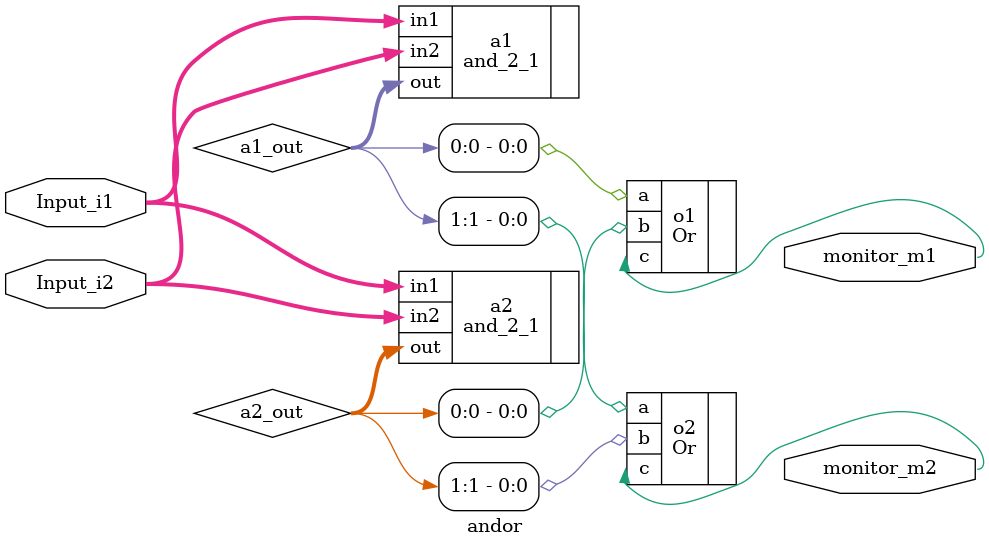
<source format=v>
`include "example/verilog/gates/or.v" 
`include "example/verilog/gates/and.v" 

module andor(monitor_m1, monitor_m2, Input_i1, Input_i2);

input [1:0] Input_i1, Input_i2;
output monitor_m1, monitor_m2;

wire [1:0] a1_out, a2_out;

Or o1(.c(monitor_m1), .a(a1_out[0]), .b(a2_out[0]));
Or o2(.c(monitor_m2), .a(a1_out[1]), .b(a2_out[1]));
and_2_1 a1(.out(a1_out), .in1(Input_i1), .in2(Input_i2));
and_2_1 a2(.out(a2_out), .in1(Input_i1), .in2(Input_i2));

endmodule
</source>
